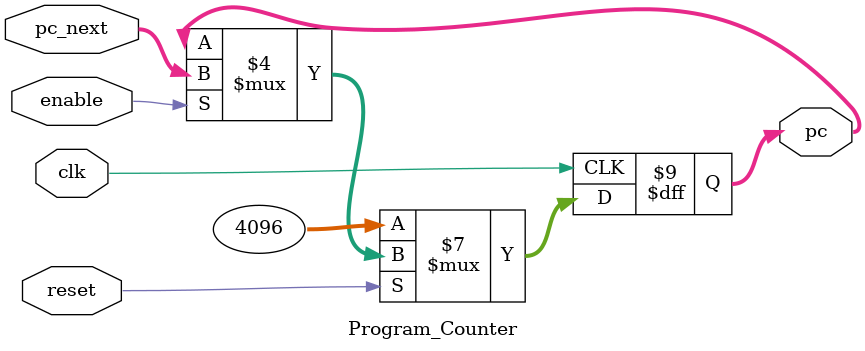
<source format=sv>
module Program_Counter(
        input logic clk,
        input logic [31:0] pc_next,
        input logic enable,
        input reset,
        output logic [31:0] pc
    );

    initial begin
        pc = 32'h00001000;
    end

    always_ff @(posedge clk) begin //beware of negedge vs posedge
        if (!reset) begin
            pc <= 32'h00001000;
        end else if (enable) begin
            pc <= pc_next;
        end
    end
endmodule
</source>
